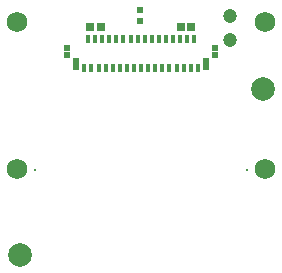
<source format=gbs>
G04*
G04 #@! TF.GenerationSoftware,Altium Limited,Altium Designer,22.7.1 (60)*
G04*
G04 Layer_Color=16711935*
%FSLAX44Y44*%
%MOMM*%
G71*
G04*
G04 #@! TF.SameCoordinates,C5309086-A274-4426-B6F9-96ACF7C2936D*
G04*
G04*
G04 #@! TF.FilePolarity,Negative*
G04*
G01*
G75*
%ADD36C,1.2032*%
%ADD39R,0.6532X0.7532*%
%ADD41C,2.0000*%
%ADD50R,0.5232X0.5632*%
%ADD54C,1.7272*%
%ADD55C,0.2032*%
%ADD56C,0.6096*%
%ADD71R,0.4000X0.7500*%
%ADD72R,0.5000X1.0500*%
D36*
X75000Y110000D02*
D03*
Y130000D02*
D03*
D39*
X-43000Y120500D02*
D03*
X-34000D02*
D03*
X33500D02*
D03*
X42500D02*
D03*
D41*
X-102000Y-72000D02*
D03*
X103000Y68000D02*
D03*
D50*
X-62500Y97216D02*
D03*
Y102816D02*
D03*
X62400Y97216D02*
D03*
Y102816D02*
D03*
D54*
X105000Y310D02*
D03*
X-105000D02*
D03*
X105000Y125310D02*
D03*
X-105000D02*
D03*
D55*
X-90000Y0D02*
D03*
X90000D02*
D03*
D56*
X-1000Y125500D02*
D03*
Y135500D02*
D03*
D71*
X48122Y86342D02*
D03*
X45197Y110843D02*
D03*
X42122Y86342D02*
D03*
X36122D02*
D03*
X30122D02*
D03*
X24122D02*
D03*
X18122D02*
D03*
X12122D02*
D03*
X6122D02*
D03*
X122D02*
D03*
X-5878D02*
D03*
X-11878D02*
D03*
X-17878D02*
D03*
X-23878D02*
D03*
X-29878D02*
D03*
X-35878D02*
D03*
X-41878D02*
D03*
X-47878D02*
D03*
X39197Y110843D02*
D03*
X33197D02*
D03*
X27197D02*
D03*
X21197D02*
D03*
X15197D02*
D03*
X9197D02*
D03*
X3197D02*
D03*
X-2803D02*
D03*
X-8803D02*
D03*
X-14803D02*
D03*
X-20803D02*
D03*
X-26803D02*
D03*
X-32803D02*
D03*
X-38803D02*
D03*
X-44803D02*
D03*
D72*
X-54878Y89843D02*
D03*
X55122D02*
D03*
M02*

</source>
